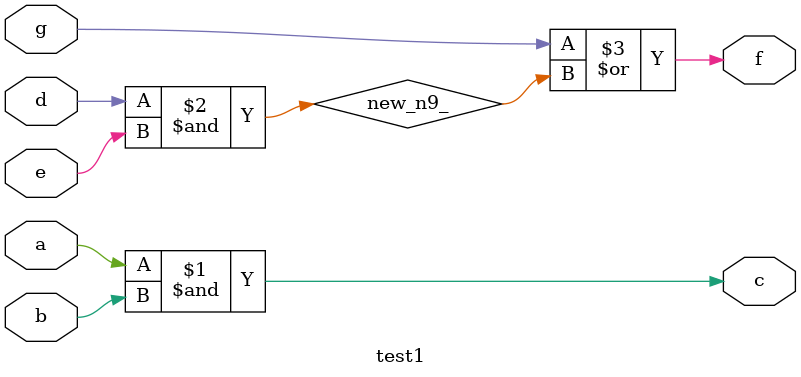
<source format=v>

module test1 ( 
    a, b, d, e, g,
    c, f  );
  input  a, b, d, e, g;
  output c, f;
  wire new_n9_;
  assign c = a & b;
  assign new_n9_ = d & e;
  assign f = g | new_n9_;
endmodule



</source>
